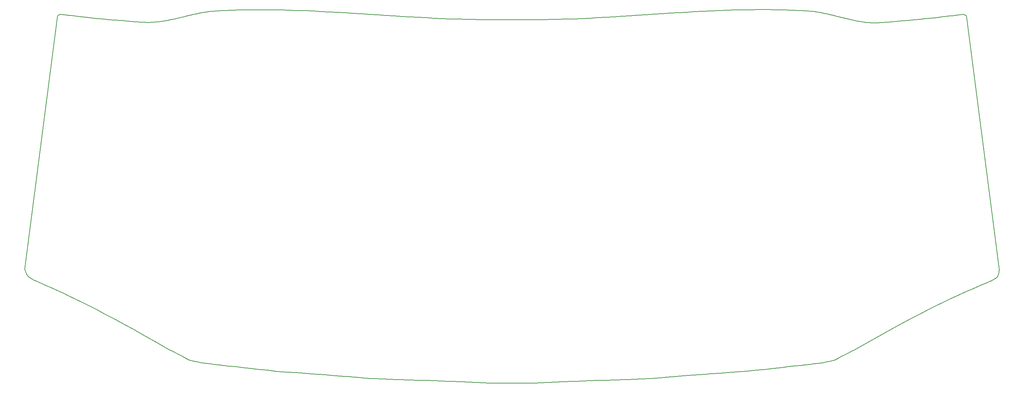
<source format=gbr>
G04 #@! TF.GenerationSoftware,KiCad,Pcbnew,(5.1.9)-1*
G04 #@! TF.CreationDate,2021-11-23T16:25:02-08:00*
G04 #@! TF.ProjectId,Claudia_choc,436c6175-6469-4615-9f63-686f632e6b69,rev?*
G04 #@! TF.SameCoordinates,Original*
G04 #@! TF.FileFunction,Profile,NP*
%FSLAX46Y46*%
G04 Gerber Fmt 4.6, Leading zero omitted, Abs format (unit mm)*
G04 Created by KiCad (PCBNEW (5.1.9)-1) date 2021-11-23 16:25:02*
%MOMM*%
%LPD*%
G01*
G04 APERTURE LIST*
G04 #@! TA.AperFunction,Profile*
%ADD10C,0.200000*%
G04 #@! TD*
G04 APERTURE END LIST*
D10*
X81762522Y-120930919D02*
X79398650Y-120667995D01*
X79398650Y-120667995D02*
X77226716Y-120427702D01*
X77226716Y-120427702D02*
X75237570Y-120208436D01*
X75237570Y-120208436D02*
X73422061Y-120008596D01*
X73422061Y-120008596D02*
X71771039Y-119826577D01*
X71771039Y-119826577D02*
X70275353Y-119660776D01*
X70275353Y-119660776D02*
X68925853Y-119509591D01*
X68925853Y-119509591D02*
X67713388Y-119371418D01*
X67713388Y-119371418D02*
X66628807Y-119244655D01*
X66628807Y-119244655D02*
X65662960Y-119127698D01*
X65662960Y-119127698D02*
X64806697Y-119018943D01*
X64806697Y-119018943D02*
X64050867Y-118916789D01*
X64050867Y-118916789D02*
X63386318Y-118819632D01*
X63386318Y-118819632D02*
X62803902Y-118725869D01*
X62803902Y-118725869D02*
X62294467Y-118633896D01*
X62294467Y-118633896D02*
X61848863Y-118542112D01*
X61848863Y-118542112D02*
X61457940Y-118448912D01*
X61457940Y-118448912D02*
X61112545Y-118352693D01*
X61112545Y-118352693D02*
X60803530Y-118251853D01*
X60803530Y-118251853D02*
X60521744Y-118144789D01*
X60521744Y-118144789D02*
X60258036Y-118029896D01*
X60258036Y-118029896D02*
X60003255Y-117905573D01*
X60003255Y-117905573D02*
X59748251Y-117770217D01*
X59748251Y-117770217D02*
X59483874Y-117622223D01*
X59483874Y-117622223D02*
X59200973Y-117459989D01*
X59200973Y-117459989D02*
X58890397Y-117281912D01*
X58890397Y-117281912D02*
X58542996Y-117086390D01*
X58542996Y-117086390D02*
X58149619Y-116871818D01*
X58149619Y-116871818D02*
X57701117Y-116636593D01*
X57701117Y-116636593D02*
X57188337Y-116379113D01*
X57188337Y-116379113D02*
X56602130Y-116097775D01*
X56602130Y-116097775D02*
X55933346Y-115790976D01*
X138104863Y-123783721D02*
X137226961Y-123783701D01*
X137226961Y-123783701D02*
X136454925Y-123783498D01*
X136454925Y-123783498D02*
X135777810Y-123782930D01*
X135777810Y-123782930D02*
X135184670Y-123781816D01*
X135184670Y-123781816D02*
X134664561Y-123779974D01*
X134664561Y-123779974D02*
X134206537Y-123777222D01*
X134206537Y-123777222D02*
X133799655Y-123773379D01*
X133799655Y-123773379D02*
X133432968Y-123768262D01*
X133432968Y-123768262D02*
X133095532Y-123761691D01*
X133095532Y-123761691D02*
X132776402Y-123753484D01*
X132776402Y-123753484D02*
X132464634Y-123743458D01*
X132464634Y-123743458D02*
X132149281Y-123731433D01*
X132149281Y-123731433D02*
X131819400Y-123717227D01*
X131819400Y-123717227D02*
X131464046Y-123700657D01*
X131464046Y-123700657D02*
X131072273Y-123681542D01*
X131072273Y-123681542D02*
X130633136Y-123659702D01*
X130633136Y-123659702D02*
X130135691Y-123634953D01*
X130135691Y-123634953D02*
X129568993Y-123607114D01*
X129568993Y-123607114D02*
X128922097Y-123576004D01*
X128922097Y-123576004D02*
X128184058Y-123541441D01*
X128184058Y-123541441D02*
X127343931Y-123503243D01*
X127343931Y-123503243D02*
X126390771Y-123461228D01*
X126390771Y-123461228D02*
X125313633Y-123415216D01*
X125313633Y-123415216D02*
X124101573Y-123365024D01*
X124101573Y-123365024D02*
X122743645Y-123310470D01*
X122743645Y-123310470D02*
X121228904Y-123251373D01*
X121228904Y-123251373D02*
X119546406Y-123187552D01*
X119546406Y-123187552D02*
X117685206Y-123118824D01*
X117685206Y-123118824D02*
X115634358Y-123045008D01*
X115634358Y-123045008D02*
X113382918Y-122965922D01*
X113382918Y-122965922D02*
X110919941Y-122881385D01*
X110919941Y-122881385D02*
X108234483Y-122791215D01*
X29014428Y-35539680D02*
X29163135Y-35375239D01*
X29163135Y-35375239D02*
X29383324Y-35211502D01*
X29383324Y-35211502D02*
X29577390Y-35154318D01*
X29577390Y-35154318D02*
X29848623Y-35136063D01*
X29848623Y-35136063D02*
X30230753Y-35154468D01*
X30230753Y-35154468D02*
X30473944Y-35176709D01*
X30473944Y-35176709D02*
X30757508Y-35207264D01*
X30757508Y-35207264D02*
X31085660Y-35245848D01*
X31085660Y-35245848D02*
X31462617Y-35292179D01*
X31462617Y-35292179D02*
X31892594Y-35345972D01*
X31892594Y-35345972D02*
X32379808Y-35406944D01*
X32379808Y-35406944D02*
X32928474Y-35474811D01*
X32928474Y-35474811D02*
X33542809Y-35549289D01*
X33542809Y-35549289D02*
X34227029Y-35630095D01*
X34227029Y-35630095D02*
X34985349Y-35716944D01*
X34985349Y-35716944D02*
X35821987Y-35809553D01*
X35821987Y-35809553D02*
X36741157Y-35907639D01*
X36741157Y-35907639D02*
X37747077Y-36010917D01*
X37747077Y-36010917D02*
X38843962Y-36119103D01*
X38843962Y-36119103D02*
X40036028Y-36231915D01*
X40036028Y-36231915D02*
X41327491Y-36349068D01*
X41327491Y-36349068D02*
X42722567Y-36470278D01*
X42722567Y-36470278D02*
X44225473Y-36595262D01*
X44225473Y-36595262D02*
X45840424Y-36723737D01*
X45840424Y-36723737D02*
X47571636Y-36855417D01*
X47571636Y-36855417D02*
X49423327Y-36990020D01*
X226504499Y-37099240D02*
X228381773Y-36954714D01*
X228381773Y-36954714D02*
X230136913Y-36813731D01*
X230136913Y-36813731D02*
X231774192Y-36676554D01*
X231774192Y-36676554D02*
X233297884Y-36543447D01*
X233297884Y-36543447D02*
X234712262Y-36414674D01*
X234712262Y-36414674D02*
X236021600Y-36290498D01*
X236021600Y-36290498D02*
X237230171Y-36171184D01*
X237230171Y-36171184D02*
X238342249Y-36056994D01*
X238342249Y-36056994D02*
X239362107Y-35948193D01*
X239362107Y-35948193D02*
X240294019Y-35845044D01*
X240294019Y-35845044D02*
X241142259Y-35747812D01*
X241142259Y-35747812D02*
X241911099Y-35656760D01*
X241911099Y-35656760D02*
X242604814Y-35572151D01*
X242604814Y-35572151D02*
X243227676Y-35494250D01*
X243227676Y-35494250D02*
X243783961Y-35423320D01*
X243783961Y-35423320D02*
X244277940Y-35359625D01*
X244277940Y-35359625D02*
X244713888Y-35303428D01*
X244713888Y-35303428D02*
X245096078Y-35254994D01*
X245096078Y-35254994D02*
X245428784Y-35214587D01*
X245428784Y-35214587D02*
X245716279Y-35182469D01*
X245716279Y-35182469D02*
X245962836Y-35158905D01*
X245962836Y-35158905D02*
X246172730Y-35144158D01*
X246172730Y-35144158D02*
X246499620Y-35142173D01*
X246499620Y-35142173D02*
X246731138Y-35178622D01*
X246731138Y-35178622D02*
X246974378Y-35309977D01*
X246974378Y-35309977D02*
X247117037Y-35451745D01*
X247117037Y-35451745D02*
X247195338Y-35539680D01*
X21163288Y-96431097D02*
X29014428Y-35539680D01*
X247195338Y-35539680D02*
X255043938Y-96530157D01*
X146959322Y-36342320D02*
X148901824Y-36302603D01*
X148901824Y-36302603D02*
X150844394Y-36248454D01*
X150844394Y-36248454D02*
X152787019Y-36181158D01*
X152787019Y-36181158D02*
X154729686Y-36102002D01*
X154729686Y-36102002D02*
X156672385Y-36012270D01*
X156672385Y-36012270D02*
X158615102Y-35913249D01*
X158615102Y-35913249D02*
X160557826Y-35806224D01*
X160557826Y-35806224D02*
X162500544Y-35692481D01*
X162500544Y-35692481D02*
X164443245Y-35573305D01*
X164443245Y-35573305D02*
X166385916Y-35449982D01*
X166385916Y-35449982D02*
X168328546Y-35323799D01*
X168328546Y-35323799D02*
X170271122Y-35196040D01*
X170271122Y-35196040D02*
X172213632Y-35067991D01*
X172213632Y-35067991D02*
X174156065Y-34940939D01*
X174156065Y-34940939D02*
X176098408Y-34816168D01*
X176098408Y-34816168D02*
X178040648Y-34694964D01*
X178040648Y-34694964D02*
X179982775Y-34578614D01*
X179982775Y-34578614D02*
X181924776Y-34468402D01*
X181924776Y-34468402D02*
X183866639Y-34365615D01*
X183866639Y-34365615D02*
X185808351Y-34271538D01*
X185808351Y-34271538D02*
X187749902Y-34187457D01*
X187749902Y-34187457D02*
X189691278Y-34114657D01*
X189691278Y-34114657D02*
X191632468Y-34054425D01*
X191632468Y-34054425D02*
X193573459Y-34008045D01*
X193573459Y-34008045D02*
X195514240Y-33976805D01*
X195514240Y-33976805D02*
X197454798Y-33961988D01*
X197454798Y-33961988D02*
X199395122Y-33964882D01*
X199395122Y-33964882D02*
X201335199Y-33986771D01*
X201335199Y-33986771D02*
X203275017Y-34028942D01*
X203275017Y-34028942D02*
X205214565Y-34092680D01*
X205214565Y-34092680D02*
X207153830Y-34179270D01*
X207153830Y-34179270D02*
X209092800Y-34290000D01*
X108234483Y-122791215D02*
X107460334Y-122765462D01*
X107460334Y-122765462D02*
X106779516Y-122742631D01*
X106779516Y-122742631D02*
X106182350Y-122722220D01*
X106182350Y-122722220D02*
X105659164Y-122703729D01*
X105659164Y-122703729D02*
X105200279Y-122686656D01*
X105200279Y-122686656D02*
X104796022Y-122670500D01*
X104796022Y-122670500D02*
X104436717Y-122654760D01*
X104436717Y-122654760D02*
X104112688Y-122638936D01*
X104112688Y-122638936D02*
X103814259Y-122622525D01*
X103814259Y-122622525D02*
X103531756Y-122605028D01*
X103531756Y-122605028D02*
X103255502Y-122585942D01*
X103255502Y-122585942D02*
X102975823Y-122564768D01*
X102975823Y-122564768D02*
X102683042Y-122541003D01*
X102683042Y-122541003D02*
X102367484Y-122514147D01*
X102367484Y-122514147D02*
X102019474Y-122483698D01*
X102019474Y-122483698D02*
X101629336Y-122449156D01*
X101629336Y-122449156D02*
X101187395Y-122410020D01*
X101187395Y-122410020D02*
X100683974Y-122365788D01*
X100683974Y-122365788D02*
X100109400Y-122315960D01*
X100109400Y-122315960D02*
X99453995Y-122260033D01*
X99453995Y-122260033D02*
X98708085Y-122197509D01*
X98708085Y-122197509D02*
X97861994Y-122127884D01*
X97861994Y-122127884D02*
X96906047Y-122050659D01*
X96906047Y-122050659D02*
X95830567Y-121965332D01*
X95830567Y-121965332D02*
X94625880Y-121871401D01*
X94625880Y-121871401D02*
X93282311Y-121768367D01*
X93282311Y-121768367D02*
X91790182Y-121655728D01*
X91790182Y-121655728D02*
X90139820Y-121532983D01*
X90139820Y-121532983D02*
X88321549Y-121399630D01*
X88321549Y-121399630D02*
X86325692Y-121255169D01*
X86325692Y-121255169D02*
X84142575Y-121099099D01*
X84142575Y-121099099D02*
X81762522Y-120930919D01*
X129179323Y-36342320D02*
X129734879Y-36351205D01*
X129734879Y-36351205D02*
X130290448Y-36359517D01*
X130290448Y-36359517D02*
X130846030Y-36367257D01*
X130846030Y-36367257D02*
X131401624Y-36374422D01*
X131401624Y-36374422D02*
X131957228Y-36381015D01*
X131957228Y-36381015D02*
X132512842Y-36387034D01*
X132512842Y-36387034D02*
X133068465Y-36392481D01*
X133068465Y-36392481D02*
X133624096Y-36397353D01*
X133624096Y-36397353D02*
X134179733Y-36401653D01*
X134179733Y-36401653D02*
X134735377Y-36405379D01*
X134735377Y-36405379D02*
X135291027Y-36408532D01*
X135291027Y-36408532D02*
X135846681Y-36411112D01*
X135846681Y-36411112D02*
X136402338Y-36413119D01*
X136402338Y-36413119D02*
X136957998Y-36414552D01*
X136957998Y-36414552D02*
X137513660Y-36415412D01*
X137513660Y-36415412D02*
X138069322Y-36415699D01*
X138069322Y-36415699D02*
X138624985Y-36415412D01*
X138624985Y-36415412D02*
X139180647Y-36414552D01*
X139180647Y-36414552D02*
X139736307Y-36413119D01*
X139736307Y-36413119D02*
X140291964Y-36411113D01*
X140291964Y-36411113D02*
X140847618Y-36408533D01*
X140847618Y-36408533D02*
X141403267Y-36405380D01*
X141403267Y-36405380D02*
X141958911Y-36401654D01*
X141958911Y-36401654D02*
X142514549Y-36397355D01*
X142514549Y-36397355D02*
X143070180Y-36392482D01*
X143070180Y-36392482D02*
X143625802Y-36387036D01*
X143625802Y-36387036D02*
X144181416Y-36381016D01*
X144181416Y-36381016D02*
X144737020Y-36374423D01*
X144737020Y-36374423D02*
X145292614Y-36367257D01*
X145292614Y-36367257D02*
X145848196Y-36359518D01*
X145848196Y-36359518D02*
X146403765Y-36351205D01*
X146403765Y-36351205D02*
X146959322Y-36342320D01*
X55933346Y-115790976D02*
X52886467Y-114034910D01*
X52886467Y-114034910D02*
X50030125Y-112411952D01*
X50030125Y-112411952D02*
X47357913Y-110916215D01*
X47357913Y-110916215D02*
X44863424Y-109541815D01*
X44863424Y-109541815D02*
X42540253Y-108282869D01*
X42540253Y-108282869D02*
X40381992Y-107133492D01*
X40381992Y-107133492D02*
X38382236Y-106087799D01*
X38382236Y-106087799D02*
X36534577Y-105139906D01*
X36534577Y-105139906D02*
X34832609Y-104283929D01*
X34832609Y-104283929D02*
X33269927Y-103513983D01*
X33269927Y-103513983D02*
X31840122Y-102824184D01*
X31840122Y-102824184D02*
X30536790Y-102208647D01*
X30536790Y-102208647D02*
X29353523Y-101661489D01*
X29353523Y-101661489D02*
X28283915Y-101176824D01*
X28283915Y-101176824D02*
X27321559Y-100748769D01*
X27321559Y-100748769D02*
X26460049Y-100371439D01*
X26460049Y-100371439D02*
X25692979Y-100038949D01*
X25692979Y-100038949D02*
X25013943Y-99745415D01*
X25013943Y-99745415D02*
X24416532Y-99484954D01*
X24416532Y-99484954D02*
X23894342Y-99251680D01*
X23894342Y-99251680D02*
X23440966Y-99039708D01*
X23440966Y-99039708D02*
X23049997Y-98843156D01*
X23049997Y-98843156D02*
X22715029Y-98656138D01*
X22715029Y-98656138D02*
X22429655Y-98472770D01*
X22429655Y-98472770D02*
X22187470Y-98287167D01*
X22187470Y-98287167D02*
X21982065Y-98093446D01*
X21982065Y-98093446D02*
X21807036Y-97885721D01*
X21807036Y-97885721D02*
X21655975Y-97658109D01*
X21655975Y-97658109D02*
X21522476Y-97404725D01*
X21522476Y-97404725D02*
X21400133Y-97119684D01*
X21400133Y-97119684D02*
X21282539Y-96797103D01*
X21282539Y-96797103D02*
X21163288Y-96431097D01*
X194464700Y-120926840D02*
X192089931Y-121083931D01*
X192089931Y-121083931D02*
X189911361Y-121230342D01*
X189911361Y-121230342D02*
X187919351Y-121366504D01*
X187919351Y-121366504D02*
X186104260Y-121492847D01*
X186104260Y-121492847D02*
X184456449Y-121609801D01*
X184456449Y-121609801D02*
X182966280Y-121717797D01*
X182966280Y-121717797D02*
X181624112Y-121817265D01*
X181624112Y-121817265D02*
X180420306Y-121908635D01*
X180420306Y-121908635D02*
X179345223Y-121992338D01*
X179345223Y-121992338D02*
X178389224Y-122068804D01*
X178389224Y-122068804D02*
X177542669Y-122138463D01*
X177542669Y-122138463D02*
X176795919Y-122201746D01*
X176795919Y-122201746D02*
X176139334Y-122259084D01*
X176139334Y-122259084D02*
X175563275Y-122310906D01*
X175563275Y-122310906D02*
X175058103Y-122357644D01*
X175058103Y-122357644D02*
X174614178Y-122399726D01*
X174614178Y-122399726D02*
X174221861Y-122437585D01*
X174221861Y-122437585D02*
X173871513Y-122471650D01*
X173871513Y-122471650D02*
X173553494Y-122502351D01*
X173553494Y-122502351D02*
X173258164Y-122530119D01*
X173258164Y-122530119D02*
X172975885Y-122555384D01*
X172975885Y-122555384D02*
X172697017Y-122578578D01*
X172697017Y-122578578D02*
X172411921Y-122600129D01*
X172411921Y-122600129D02*
X172110957Y-122620468D01*
X172110957Y-122620468D02*
X171784486Y-122640027D01*
X171784486Y-122640027D02*
X171422868Y-122659234D01*
X171422868Y-122659234D02*
X171016464Y-122678522D01*
X171016464Y-122678522D02*
X170555636Y-122698319D01*
X170555636Y-122698319D02*
X170030742Y-122719056D01*
X170030742Y-122719056D02*
X169432145Y-122741164D01*
X169432145Y-122741164D02*
X168750205Y-122765074D01*
X168750205Y-122765074D02*
X167975282Y-122791215D01*
X220314519Y-115790976D02*
X219644393Y-116096532D01*
X219644393Y-116096532D02*
X219057052Y-116376783D01*
X219057052Y-116376783D02*
X218543327Y-116633325D01*
X218543327Y-116633325D02*
X218094053Y-116867752D01*
X218094053Y-116867752D02*
X217700063Y-117081657D01*
X217700063Y-117081657D02*
X217352189Y-117276637D01*
X217352189Y-117276637D02*
X217041267Y-117454285D01*
X217041267Y-117454285D02*
X216758128Y-117616196D01*
X216758128Y-117616196D02*
X216493606Y-117763965D01*
X216493606Y-117763965D02*
X216238535Y-117899186D01*
X216238535Y-117899186D02*
X215983748Y-118023453D01*
X215983748Y-118023453D02*
X215720079Y-118138362D01*
X215720079Y-118138362D02*
X215438360Y-118245507D01*
X215438360Y-118245507D02*
X215129425Y-118346482D01*
X215129425Y-118346482D02*
X214784107Y-118442882D01*
X214784107Y-118442882D02*
X214393240Y-118536302D01*
X214393240Y-118536302D02*
X213947658Y-118628335D01*
X213947658Y-118628335D02*
X213438192Y-118720578D01*
X213438192Y-118720578D02*
X212855678Y-118814623D01*
X212855678Y-118814623D02*
X212190948Y-118912067D01*
X212190948Y-118912067D02*
X211434835Y-119014502D01*
X211434835Y-119014502D02*
X210578174Y-119123525D01*
X210578174Y-119123525D02*
X209611797Y-119240729D01*
X209611797Y-119240729D02*
X208526537Y-119367710D01*
X208526537Y-119367710D02*
X207313228Y-119506061D01*
X207313228Y-119506061D02*
X205962704Y-119657377D01*
X205962704Y-119657377D02*
X204465798Y-119823253D01*
X204465798Y-119823253D02*
X202813342Y-120005283D01*
X202813342Y-120005283D02*
X200996172Y-120205063D01*
X200996172Y-120205063D02*
X199005119Y-120424185D01*
X199005119Y-120424185D02*
X196831017Y-120664246D01*
X196831017Y-120664246D02*
X194464700Y-120926840D01*
X167975282Y-122791215D02*
X165289819Y-122881384D01*
X165289819Y-122881384D02*
X162826839Y-122965919D01*
X162826839Y-122965919D02*
X160575396Y-123045002D01*
X160575396Y-123045002D02*
X158524545Y-123118814D01*
X158524545Y-123118814D02*
X156663342Y-123187537D01*
X156663342Y-123187537D02*
X154980841Y-123251353D01*
X154980841Y-123251353D02*
X153466098Y-123310443D01*
X153466098Y-123310443D02*
X152108167Y-123364990D01*
X152108167Y-123364990D02*
X150896104Y-123415175D01*
X150896104Y-123415175D02*
X149818965Y-123461181D01*
X149818965Y-123461181D02*
X148865803Y-123503188D01*
X148865803Y-123503188D02*
X148025674Y-123541378D01*
X148025674Y-123541378D02*
X147287633Y-123575934D01*
X147287633Y-123575934D02*
X146640735Y-123607037D01*
X146640735Y-123607037D02*
X146074036Y-123634870D01*
X146074036Y-123634870D02*
X145576590Y-123659613D01*
X145576590Y-123659613D02*
X145137452Y-123681448D01*
X145137452Y-123681448D02*
X144745678Y-123700558D01*
X144745678Y-123700558D02*
X144390322Y-123717125D01*
X144390322Y-123717125D02*
X144060441Y-123731329D01*
X144060441Y-123731329D02*
X143745088Y-123743353D01*
X143745088Y-123743353D02*
X143433319Y-123753379D01*
X143433319Y-123753379D02*
X143114189Y-123761588D01*
X143114189Y-123761588D02*
X142776753Y-123768162D01*
X142776753Y-123768162D02*
X142410066Y-123773284D01*
X142410066Y-123773284D02*
X142003184Y-123777134D01*
X142003184Y-123777134D02*
X141545160Y-123779895D01*
X141545160Y-123779895D02*
X141025052Y-123781748D01*
X141025052Y-123781748D02*
X140431912Y-123782875D01*
X140431912Y-123782875D02*
X139754798Y-123783459D01*
X139754798Y-123783459D02*
X138982763Y-123783680D01*
X138982763Y-123783680D02*
X138104863Y-123783721D01*
X255043938Y-96530157D02*
X255012686Y-96893483D01*
X255012686Y-96893483D02*
X254973156Y-97213144D01*
X254973156Y-97213144D02*
X254919376Y-97495045D01*
X254919376Y-97495045D02*
X254845374Y-97745093D01*
X254845374Y-97745093D02*
X254745176Y-97969193D01*
X254745176Y-97969193D02*
X254612810Y-98173251D01*
X254612810Y-98173251D02*
X254442305Y-98363172D01*
X254442305Y-98363172D02*
X254227686Y-98544862D01*
X254227686Y-98544862D02*
X253962982Y-98724227D01*
X253962982Y-98724227D02*
X253642221Y-98907173D01*
X253642221Y-98907173D02*
X253259429Y-99099605D01*
X253259429Y-99099605D02*
X252808634Y-99307428D01*
X252808634Y-99307428D02*
X252283865Y-99536550D01*
X252283865Y-99536550D02*
X251679147Y-99792874D01*
X251679147Y-99792874D02*
X250988509Y-100082308D01*
X250988509Y-100082308D02*
X250205979Y-100410756D01*
X250205979Y-100410756D02*
X249325583Y-100784125D01*
X249325583Y-100784125D02*
X248341350Y-101208319D01*
X248341350Y-101208319D02*
X247247306Y-101689246D01*
X247247306Y-101689246D02*
X246037479Y-102232810D01*
X246037479Y-102232810D02*
X244705898Y-102844917D01*
X244705898Y-102844917D02*
X243246588Y-103531473D01*
X243246588Y-103531473D02*
X241653579Y-104298384D01*
X241653579Y-104298384D02*
X239920896Y-105151554D01*
X239920896Y-105151554D02*
X238042569Y-106096891D01*
X238042569Y-106096891D02*
X236012623Y-107140300D01*
X236012623Y-107140300D02*
X233825088Y-108287686D01*
X233825088Y-108287686D02*
X231473989Y-109544955D01*
X231473989Y-109544955D02*
X228953356Y-110918013D01*
X228953356Y-110918013D02*
X226257214Y-112412765D01*
X226257214Y-112412765D02*
X223379593Y-114035117D01*
X223379593Y-114035117D02*
X220314519Y-115790976D01*
X49423327Y-36990020D02*
X49978503Y-37020335D01*
X49978503Y-37020335D02*
X50532772Y-37032990D01*
X50532772Y-37032990D02*
X51086196Y-37029013D01*
X51086196Y-37029013D02*
X51638835Y-37009428D01*
X51638835Y-37009428D02*
X52190752Y-36975261D01*
X52190752Y-36975261D02*
X52742007Y-36927540D01*
X52742007Y-36927540D02*
X53292661Y-36867289D01*
X53292661Y-36867289D02*
X53842777Y-36795534D01*
X53842777Y-36795534D02*
X54392414Y-36713302D01*
X54392414Y-36713302D02*
X54941636Y-36621619D01*
X54941636Y-36621619D02*
X55490502Y-36521511D01*
X55490502Y-36521511D02*
X56039075Y-36414003D01*
X56039075Y-36414003D02*
X56587416Y-36300121D01*
X56587416Y-36300121D02*
X57135585Y-36180892D01*
X57135585Y-36180892D02*
X57683645Y-36057342D01*
X57683645Y-36057342D02*
X58231656Y-35930497D01*
X58231656Y-35930497D02*
X58779681Y-35801381D01*
X58779681Y-35801381D02*
X59327779Y-35671023D01*
X59327779Y-35671023D02*
X59876014Y-35540447D01*
X59876014Y-35540447D02*
X60424445Y-35410680D01*
X60424445Y-35410680D02*
X60973134Y-35282747D01*
X60973134Y-35282747D02*
X61522143Y-35157674D01*
X61522143Y-35157674D02*
X62071533Y-35036489D01*
X62071533Y-35036489D02*
X62621366Y-34920215D01*
X62621366Y-34920215D02*
X63171702Y-34809881D01*
X63171702Y-34809881D02*
X63722603Y-34706510D01*
X63722603Y-34706510D02*
X64274130Y-34611131D01*
X64274130Y-34611131D02*
X64826344Y-34524767D01*
X64826344Y-34524767D02*
X65379308Y-34448447D01*
X65379308Y-34448447D02*
X65933082Y-34383194D01*
X65933082Y-34383194D02*
X66487727Y-34330037D01*
X66487727Y-34330037D02*
X67043306Y-34290000D01*
X67043306Y-34290000D02*
X68982797Y-34186462D01*
X68982797Y-34186462D02*
X70922528Y-34106150D01*
X70922528Y-34106150D02*
X72862487Y-34047823D01*
X72862487Y-34047823D02*
X74802667Y-34010239D01*
X74802667Y-34010239D02*
X76743058Y-33992159D01*
X76743058Y-33992159D02*
X78683651Y-33992341D01*
X78683651Y-33992341D02*
X80624435Y-34009545D01*
X80624435Y-34009545D02*
X82565403Y-34042529D01*
X82565403Y-34042529D02*
X84506544Y-34090053D01*
X84506544Y-34090053D02*
X86447849Y-34150877D01*
X86447849Y-34150877D02*
X88389310Y-34223759D01*
X88389310Y-34223759D02*
X90330916Y-34307458D01*
X90330916Y-34307458D02*
X92272658Y-34400735D01*
X92272658Y-34400735D02*
X94214528Y-34502347D01*
X94214528Y-34502347D02*
X96156516Y-34611054D01*
X96156516Y-34611054D02*
X98098612Y-34725616D01*
X98098612Y-34725616D02*
X100040807Y-34844792D01*
X100040807Y-34844792D02*
X101983093Y-34967340D01*
X101983093Y-34967340D02*
X103925459Y-35092021D01*
X103925459Y-35092021D02*
X105867896Y-35217592D01*
X105867896Y-35217592D02*
X107810395Y-35342814D01*
X107810395Y-35342814D02*
X109752947Y-35466446D01*
X109752947Y-35466446D02*
X111695543Y-35587247D01*
X111695543Y-35587247D02*
X113638172Y-35703975D01*
X113638172Y-35703975D02*
X115580827Y-35815391D01*
X115580827Y-35815391D02*
X117523497Y-35920253D01*
X117523497Y-35920253D02*
X119466173Y-36017322D01*
X119466173Y-36017322D02*
X121408846Y-36105355D01*
X121408846Y-36105355D02*
X123351507Y-36183112D01*
X123351507Y-36183112D02*
X125294146Y-36249352D01*
X125294146Y-36249352D02*
X127236755Y-36302835D01*
X127236755Y-36302835D02*
X129179323Y-36342320D01*
X209092800Y-34290000D02*
X209642312Y-34332121D01*
X209642312Y-34332121D02*
X210190807Y-34387855D01*
X210190807Y-34387855D02*
X210738353Y-34456136D01*
X210738353Y-34456136D02*
X211285016Y-34535896D01*
X211285016Y-34535896D02*
X211830864Y-34626069D01*
X211830864Y-34626069D02*
X212375962Y-34725588D01*
X212375962Y-34725588D02*
X212920378Y-34833387D01*
X212920378Y-34833387D02*
X213464179Y-34948399D01*
X213464179Y-34948399D02*
X214007430Y-35069557D01*
X214007430Y-35069557D02*
X214550201Y-35195794D01*
X214550201Y-35195794D02*
X215092556Y-35326045D01*
X215092556Y-35326045D02*
X215634563Y-35459242D01*
X215634563Y-35459242D02*
X216176288Y-35594318D01*
X216176288Y-35594318D02*
X216717799Y-35730207D01*
X216717799Y-35730207D02*
X217259163Y-35865843D01*
X217259163Y-35865843D02*
X217800445Y-36000158D01*
X217800445Y-36000158D02*
X218341714Y-36132087D01*
X218341714Y-36132087D02*
X218883035Y-36260561D01*
X218883035Y-36260561D02*
X219424476Y-36384515D01*
X219424476Y-36384515D02*
X219966103Y-36502883D01*
X219966103Y-36502883D02*
X220507984Y-36614596D01*
X220507984Y-36614596D02*
X221050185Y-36718589D01*
X221050185Y-36718589D02*
X221592772Y-36813796D01*
X221592772Y-36813796D02*
X222135814Y-36899148D01*
X222135814Y-36899148D02*
X222679376Y-36973581D01*
X222679376Y-36973581D02*
X223223525Y-37036026D01*
X223223525Y-37036026D02*
X223768329Y-37085418D01*
X223768329Y-37085418D02*
X224313853Y-37120689D01*
X224313853Y-37120689D02*
X224860166Y-37140774D01*
X224860166Y-37140774D02*
X225407333Y-37144605D01*
X225407333Y-37144605D02*
X225955422Y-37131116D01*
X225955422Y-37131116D02*
X226504499Y-37099240D01*
M02*

</source>
